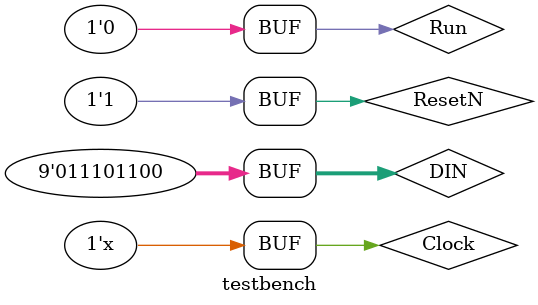
<source format=v>
`timescale 1ns / 1ps

module testbench ( );

	parameter CLOCK_PERIOD = 10;

	reg Clock;
	reg ResetN;
	reg Run;
	reg [8:0] DIN;
	wire Done;
	wire [8:0] BusWires;

	initial begin
		Clock <= 1'b0;
	end // initial
	always @ (*)
	begin : Clock_Generator
		#((CLOCK_PERIOD) / 2) Clock <= ~Clock;
	end
	
	initial begin
		ResetN <= 1'b0; Run <= 1'b0; DIN <= 9'd0;
		// 1) mvi
		//	   1.1) mvi R0, 0
		#10 ResetN <= 1'b1; DIN <= 9'b001000000;
		#10 Run <= 1'b1;
		#10 Run <= 1'b0; DIN <= 9'b000000000;
		//	   1.2) mvi R1, 1
		#10 DIN <= 9'b001001000;
		#10 Run <= 1'b1;
		#10 Run <= 1'b0; DIN <= 9'b000000001;
		//	   1.3) mvi R1, 2
		#10 DIN <= 9'b001010000;
		#10 Run <= 1'b1;
		#10 Run <= 1'b0; DIN <= 9'b000000010;
		//	   1.4) mvi R1, 3
		#10 DIN <= 9'b001011000;
		#10 Run <= 1'b1;
		#10 Run <= 1'b0; DIN <= 9'b000000011;
		//	   1.5) mvi R1, 4
		#10 DIN <= 9'b001100000;
		#10 Run <= 1'b1;
		#10 Run <= 1'b0; DIN <= 9'b000000100;
		//	   1.6) mvi R1, 5
		#10 DIN <= 9'b001101000;
		#10 Run <= 1'b1;
		#10 Run <= 1'b0; DIN <= 9'b000000101;
		//	   1.7) mvi R1, 6
		#10 DIN <= 9'b001110000;
		#10 Run <= 1'b1;
		#10 Run <= 1'b0; DIN <= 9'b000000110;
		//	   1.8) mvi R1, 7
		#10 DIN <= 9'b001111000;
		#10 Run <= 1'b1;
		#10 Run <= 1'b0; DIN <= 9'b000000111;
		// 2) add
		//	   2.1) add  R2, R3
		#10 DIN <= 9'b010010011;
		#10 Run <= 1'b1;
		#10 Run <= 1'b0;
		// 3) sub
		//	   2.1) sub  R5, R4
		#30 DIN <= 9'b011101100;
		#10 Run <= 1'b1;
		#10 Run <= 1'b0;
		
	end // initial

	proc U1 (DIN, ResetN, Clock, Run, Done, BusWires);

endmodule

</source>
